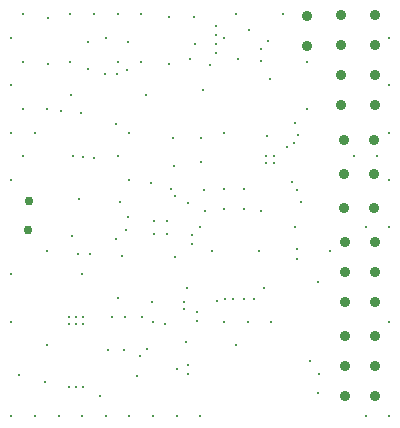
<source format=gbr>
%TF.GenerationSoftware,Altium Limited,Altium Designer,23.1.1 (15)*%
G04 Layer_Color=0*
%FSLAX45Y45*%
%MOMM*%
%TF.SameCoordinates,F9E8136A-E86D-4813-A5E9-63B8E08E304F*%
%TF.FilePolarity,Positive*%
%TF.FileFunction,Plated,1,6,PTH,Drill*%
%TF.Part,Single*%
G01*
G75*
%TA.AperFunction,ComponentDrill*%
%ADD122C,0.90000*%
%ADD123C,0.90000*%
%TA.AperFunction,OtherDrill,Pad Free-2 (93.425mm,53.775mm)*%
%ADD124C,0.76200*%
%TA.AperFunction,OtherDrill,Pad Free-3 (93.525mm,56.2mm)*%
%ADD125C,0.76200*%
%TA.AperFunction,ViaDrill,NotFilled*%
%ADD126C,0.30000*%
%ADD127C,0.20000*%
D122*
X11702500Y7189000D02*
D03*
Y6935000D02*
D03*
X11995000Y6431000D02*
D03*
Y6685000D02*
D03*
Y6939000D02*
D03*
Y7193000D02*
D03*
X12282500Y4765000D02*
D03*
X12028500D02*
D03*
X12282500Y5019000D02*
D03*
X12028500D02*
D03*
X12282500Y5273000D02*
D03*
X12028500D02*
D03*
X12282500Y7196500D02*
D03*
Y6942500D02*
D03*
Y6688500D02*
D03*
Y6434500D02*
D03*
Y3968500D02*
D03*
X12028500D02*
D03*
X12282500Y4222500D02*
D03*
X12028500D02*
D03*
X12282500Y4476500D02*
D03*
X12028500D02*
D03*
D123*
X12016000Y5850000D02*
D03*
X12270000D02*
D03*
X12020000Y6140000D02*
D03*
X12274000D02*
D03*
X12020000Y5560000D02*
D03*
X12274000D02*
D03*
D124*
X9342500Y5377500D02*
D03*
D125*
X9352500Y5620000D02*
D03*
D126*
X10665000Y4710000D02*
D03*
Y4767500D02*
D03*
X11392500Y6657500D02*
D03*
X10687500Y4882500D02*
D03*
X11255000Y4787500D02*
D03*
X11342500Y4880000D02*
D03*
X10386000Y5775000D02*
D03*
X9770000Y5637500D02*
D03*
X11170000Y4787500D02*
D03*
X10938717Y4772500D02*
D03*
X11080000Y4787500D02*
D03*
X11007500D02*
D03*
X10587912Y5142500D02*
D03*
X10502700Y4578600D02*
D03*
X11802500Y4155000D02*
D03*
X10160000Y4640000D02*
D03*
X10305000Y4637500D02*
D03*
X10055000Y4635000D02*
D03*
X10576800Y5920000D02*
D03*
X10807500Y5952000D02*
D03*
Y6150000D02*
D03*
X10712500Y6822500D02*
D03*
X10087500Y5302500D02*
D03*
X10117500Y5612500D02*
D03*
X12400007Y7000004D02*
D03*
Y6600004D02*
D03*
Y6200003D02*
D03*
Y5800003D02*
D03*
Y5400003D02*
D03*
Y4600002D02*
D03*
Y3800002D02*
D03*
X12300007Y6000003D02*
D03*
X12200007Y5400003D02*
D03*
Y3800002D02*
D03*
X12100007Y6000003D02*
D03*
X11900006Y5200003D02*
D03*
X11700006Y6800004D02*
D03*
X11600006Y5400003D02*
D03*
X11500006Y7200004D02*
D03*
X11400006Y4600002D02*
D03*
X11300006Y5200003D02*
D03*
X11200006Y4600002D02*
D03*
X11100006Y7200004D02*
D03*
X11000006Y7000004D02*
D03*
Y6200003D02*
D03*
Y4600002D02*
D03*
X11100006Y4400002D02*
D03*
X10800006Y5400003D02*
D03*
X10900006Y5200003D02*
D03*
X10800006Y3800002D02*
D03*
X10700006Y5600003D02*
D03*
X10600006Y4200002D02*
D03*
Y3800002D02*
D03*
X10400006Y4600002D02*
D03*
Y3800002D02*
D03*
X10300006Y7200004D02*
D03*
Y6800004D02*
D03*
X10200006Y6200003D02*
D03*
Y5800003D02*
D03*
Y3800002D02*
D03*
X10100005Y7200004D02*
D03*
X10000005Y7000004D02*
D03*
X10100005Y6800004D02*
D03*
Y6000003D02*
D03*
Y4800003D02*
D03*
X10000005Y3800002D02*
D03*
X9900005Y7200004D02*
D03*
X9800005Y5000003D02*
D03*
Y3800002D02*
D03*
X9700005Y7200004D02*
D03*
Y6800004D02*
D03*
X9600005Y3800002D02*
D03*
X9500005Y6400003D02*
D03*
X9400005Y6200003D02*
D03*
X9500005Y5200003D02*
D03*
Y4400002D02*
D03*
X9400005Y3800002D02*
D03*
X9300005Y7200004D02*
D03*
X9200005Y7000004D02*
D03*
X9300005Y6800004D02*
D03*
X9200005Y6600004D02*
D03*
X9300005Y6400003D02*
D03*
X9200005Y6200003D02*
D03*
X9300005Y6000003D02*
D03*
X9200005Y5800003D02*
D03*
Y5000003D02*
D03*
Y4600002D02*
D03*
Y3800002D02*
D03*
X10567500Y6152500D02*
D03*
X11649646Y5609850D02*
D03*
X10695000Y4155000D02*
D03*
Y4232500D02*
D03*
X10837500Y5532500D02*
D03*
X11002500Y5555000D02*
D03*
X11170000D02*
D03*
Y5720000D02*
D03*
X11002500D02*
D03*
X10835000Y5717500D02*
D03*
X11702500Y6402500D02*
D03*
X11798350Y4936051D02*
D03*
X10770000Y4605000D02*
D03*
X9710000Y5320000D02*
D03*
X10090000Y6270000D02*
D03*
X9995176Y6697419D02*
D03*
X10185000Y6965000D02*
D03*
X10097190Y6699500D02*
D03*
X10182500Y6732500D02*
D03*
X9852500Y6737500D02*
D03*
X9900000Y5985000D02*
D03*
X11800500Y3992500D02*
D03*
X11595000Y6112500D02*
D03*
X10186924Y5485908D02*
D03*
X10172795Y5370908D02*
D03*
X9688918Y4046710D02*
D03*
X9748918D02*
D03*
X9808917D02*
D03*
X9807227Y4636687D02*
D03*
X9747227D02*
D03*
X9687228D02*
D03*
X9807227Y4576687D02*
D03*
X9747227D02*
D03*
X9687228D02*
D03*
X11314646Y5537350D02*
D03*
X10770000Y4682500D02*
D03*
X10587500Y5665000D02*
D03*
X10548500Y5720000D02*
D03*
X10885000Y6770000D02*
D03*
X10930000Y7105000D02*
D03*
X10535000Y7175000D02*
D03*
X10537500Y6777500D02*
D03*
X10342500Y6520000D02*
D03*
X9702500Y6515000D02*
D03*
X9507500Y7170000D02*
D03*
Y6780000D02*
D03*
X11310000Y6805000D02*
D03*
X10825000Y6560000D02*
D03*
X9793938Y6367379D02*
D03*
X9623938Y6382379D02*
D03*
X9808938Y5994879D02*
D03*
X9726438Y5997379D02*
D03*
X9485000Y4087500D02*
D03*
X11731842Y4268159D02*
D03*
X9267500Y4145000D02*
D03*
X10680000Y4425000D02*
D03*
X10390000Y4767500D02*
D03*
X9952500Y3967500D02*
D03*
X10260000Y4137500D02*
D03*
X10290000Y4307500D02*
D03*
X11420000Y5938604D02*
D03*
Y6000000D02*
D03*
X11359904D02*
D03*
Y5938604D02*
D03*
X9865000Y5170000D02*
D03*
X9767500D02*
D03*
X10022500Y4360000D02*
D03*
X10157500Y4362500D02*
D03*
X10345000Y4370000D02*
D03*
X11580000Y5780000D02*
D03*
X10730000Y5330000D02*
D03*
X10728403Y5259618D02*
D03*
X10135000Y5157500D02*
D03*
X11120000Y6822500D02*
D03*
X10932500Y6947500D02*
D03*
X10755000Y6950000D02*
D03*
X10747500Y7180000D02*
D03*
X10932500Y7027500D02*
D03*
X11312500Y6905000D02*
D03*
X11370000Y6972500D02*
D03*
X10932500Y6870000D02*
D03*
X11210000Y7065000D02*
D03*
X11599634Y6281911D02*
D03*
X11621250Y5128750D02*
D03*
X11621250Y5211250D02*
D03*
X11620000Y5710000D02*
D03*
X11530000Y6080000D02*
D03*
X11367134Y6171911D02*
D03*
X11630000Y6180000D02*
D03*
X9850000Y6970000D02*
D03*
D127*
X10405000Y5345000D02*
D03*
Y5455000D02*
D03*
X10515000D02*
D03*
Y5345000D02*
D03*
%TF.MD5,28a23c72ff2df223398692d3a70d33dc*%
M02*

</source>
